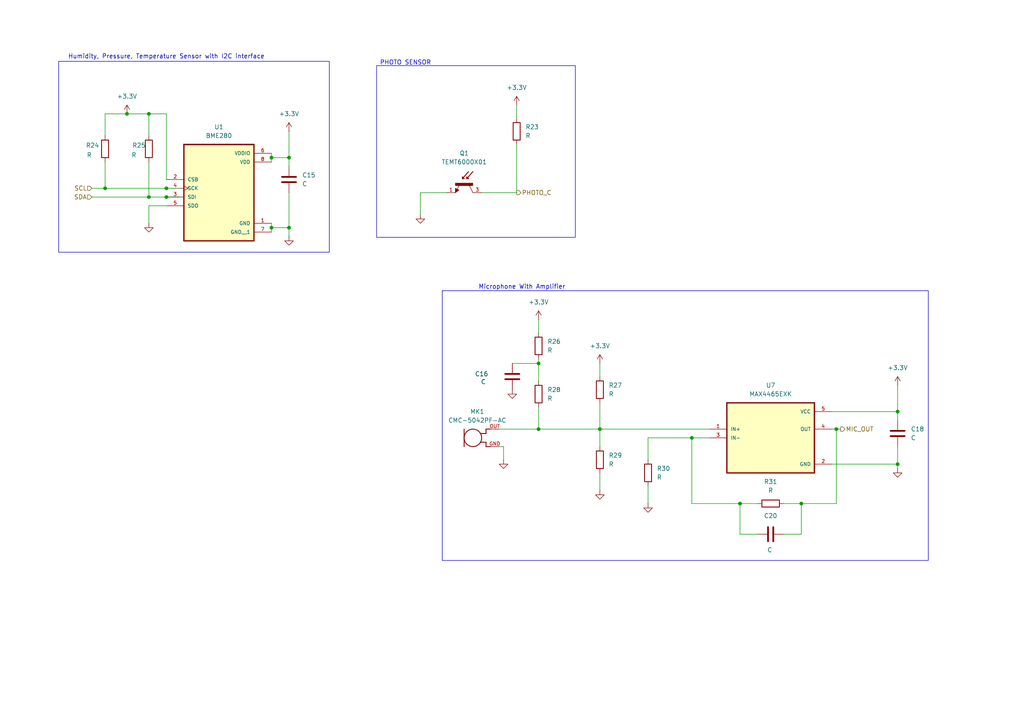
<source format=kicad_sch>
(kicad_sch (version 20250114) (generator "eeschema") (generator_version "9.0")
  (paper "A4")
  (lib_symbols
    (symbol "Device:C" (pin_numbers (hide yes)) (pin_names (offset 0.254))
      (property "Reference" "C" (at 0.635 2.54 0))
      (property "Value" "C" (at 0.635 -2.54 0))
      (symbol "C_0_1"
        (polyline (pts (xy -2.032 0.762) (xy 2.032 0.762)) (stroke (width 0.508)))
        (polyline (pts (xy -2.032 -0.762) (xy 2.032 -0.762)) (stroke (width 0.508)))
      )
      (symbol "C_1_1"
        (pin passive line (at 0 3.81 270) (length 2.794) (name "~") (number "1"))
        (pin passive line (at 0 -3.81 90) (length 2.794) (name "~") (number "2"))
      )
    )
    (symbol "Device:R" (pin_numbers (hide yes)) (pin_names (offset 0))
      (property "Reference" "R" (at 2.032 0 90))
      (property "Value" "R" (at 0 0 90))
      (symbol "R_0_1"
        (rectangle (start -1.016 -2.54) (end 1.016 2.54) (stroke (width 0.254)))
      )
      (symbol "R_1_1"
        (pin passive line (at 0 3.81 270) (length 1.27) (name "~") (number "1"))
        (pin passive line (at 0 -3.81 90) (length 1.27) (name "~") (number "2"))
      )
    )
    (symbol "ESP32_IoT_Board_Schem:BME280" (pin_names (offset 1.016))
      (property "Reference" "U" (at -10.1662 13.3431 0))
      (property "Value" "BME280" (at -10.1683 -17.7924 0))
      (symbol "BME280_0_0"
        (rectangle (start -10.16 12.7) (end 10.16 -15.24) (stroke (width 0.4064)) (fill (type background)))
        (pin input line (at -15.24 2.54 0) (length 5.08) (name "CSB") (number "2"))
        (pin input clock (at -15.24 0 0) (length 5.08) (name "SCK") (number "4"))
        (pin bidirectional line (at -15.24 -2.54 0) (length 5.08) (name "SDI") (number "3"))
        (pin bidirectional line (at -15.24 -5.08 0) (length 5.08) (name "SDO") (number "5"))
        (pin power_in line (at 15.24 10.16 180) (length 5.08) (name "VDDIO") (number "6"))
        (pin power_in line (at 15.24 7.62 180) (length 5.08) (name "VDD") (number "8"))
        (pin power_in line (at 15.24 -10.16 180) (length 5.08) (name "GND") (number "1"))
        (pin power_in line (at 15.24 -12.7 180) (length 5.08) (name "GND__1") (number "7"))
      )
    )
    (symbol "ESP32_IoT_Board_Schem:CMC-5042PF-AC" (pin_names (offset 1.016))
      (property "Reference" "MK" (at -2.5424 5.0848 0))
      (property "Value" "CMC-5042PF-AC" (at -2.5442 -6.3606 0))
      (symbol "CMC-5042PF-AC_0_0"
        (polyline (pts (xy -2.54 2.54) (xy -2.54 -2.54)) (stroke (width 0.254)))
        (circle (center 0 0) (radius 2.54) (stroke (width 0.254)))
        (polyline (pts (xy 3.81 2.54) (xy 3.81 1.27)) (stroke (width 0.254)))
        (polyline (pts (xy 3.81 1.27) (xy 2.2352 1.27)) (stroke (width 0.254)))
        (polyline (pts (xy 3.81 -1.27) (xy 2.2352 -1.27)) (stroke (width 0.254)))
        (polyline (pts (xy 3.81 -2.54) (xy 3.81 -1.27)) (stroke (width 0.254)))
        (polyline (pts (xy 5.08 2.54) (xy 3.81 2.54)) (stroke (width 0.254)))
        (polyline (pts (xy 5.08 -2.54) (xy 3.81 -2.54)) (stroke (width 0.254)))
        (pin output line (at 7.62 2.54 180) (length 2.54) (name "~") (number "OUT"))
        (pin power_in line (at 7.62 -2.54 180) (length 2.54) (name "~") (number "GND"))
      )
    )
    (symbol "ESP32_IoT_Board_Schem:MAX4465EXK" (pin_names (offset 1.016))
      (property "Reference" "U" (at -12.7 11.16 0))
      (property "Value" "MAX4465EXK" (at -12.7 -14.16 0))
      (symbol "MAX4465EXK_0_0"
        (rectangle (start -12.7 -10.16) (end 12.7 10.16) (stroke (width 0.41)) (fill (type background)))
        (pin input line (at -17.78 2.54 0) (length 5.08) (name "IN+") (number "1"))
        (pin input line (at -17.78 0 0) (length 5.08) (name "IN-") (number "3"))
        (pin power_in line (at 17.78 7.62 180) (length 5.08) (name "VCC") (number "5"))
        (pin output line (at 17.78 2.54 180) (length 5.08) (name "OUT") (number "4"))
        (pin power_in line (at 17.78 -7.62 180) (length 5.08) (name "GND") (number "2"))
      )
    )
    (symbol "ESP32_IoT_Board_Schem:TEMT6000X01" (pin_names (offset 1.016))
      (property "Reference" "Q" (at 5.0999 0 0))
      (property "Value" "TEMT6000X01" (at 5.0887 -2.5444 0))
      (symbol "TEMT6000X01_0_0"
        (polyline (pts (xy -3.556 2.54) (xy -1.524 0.762)) (stroke (width 0.254)))
        (polyline (pts (xy -3.556 1.27) (xy -1.524 -0.508)) (stroke (width 0.254)))
        (polyline (pts (xy -2.032 0.762) (xy -1.524 1.27)) (stroke (width 0.254)))
        (polyline (pts (xy -2.032 -0.508) (xy -1.524 0)) (stroke (width 0.254)))
        (polyline (pts (xy -1.524 1.27) (xy -1.524 0.762)) (stroke (width 0.254)))
        (polyline (pts (xy -1.524 0.762) (xy -2.032 0.762)) (stroke (width 0.254)))
        (polyline (pts (xy -1.524 0) (xy -1.524 -0.508)) (stroke (width 0.254)))
        (polyline (pts (xy -1.524 -0.508) (xy -2.032 -0.508)) (stroke (width 0.254)))
        (rectangle (start -0.2547 -2.5468) (end 0.508 2.54) (stroke (width 0.1)) (fill (type outline)))
        (polyline (pts (xy 1.27 -2.54) (xy 1.778 -1.524)) (stroke (width 0.1524)))
        (polyline (pts (xy 1.524 -2.286) (xy 1.905 -2.286)) (stroke (width 0.254)))
        (polyline (pts (xy 1.524 -2.413) (xy 2.286 -2.413)) (stroke (width 0.254)))
        (polyline (pts (xy 1.54 -2.04) (xy 0.308 -1.424)) (stroke (width 0.1524)))
        (polyline (pts (xy 1.778 -1.524) (xy 2.54 -2.54)) (stroke (width 0.1524)))
        (polyline (pts (xy 1.778 -1.778) (xy 1.524 -2.286)) (stroke (width 0.254)))
        (polyline (pts (xy 1.905 -2.286) (xy 1.778 -2.032)) (stroke (width 0.254)))
        (polyline (pts (xy 2.286 -2.413) (xy 1.778 -1.778)) (stroke (width 0.254)))
        (polyline (pts (xy 2.54 2.54) (xy 0.508 1.524)) (stroke (width 0.1524)))
        (polyline (pts (xy 2.54 -2.54) (xy 1.27 -2.54)) (stroke (width 0.1524)))
        (pin passive line (at 2.54 5.08 270) (length 2.54) (name "~") (number "3"))
        (pin passive line (at 2.54 -5.08 90) (length 2.54) (name "~") (number "1"))
      )
    )
    (symbol "power:+3.3V" (power) (pin_numbers (hide yes)) (pin_names (offset 0) (hide yes))
      (property "Value" "+3.3V" (at 0 3.556 0))
      (symbol "+3.3V_0_1"
        (polyline (pts (xy -0.762 1.27) (xy 0 2.54)))
        (polyline (pts (xy 0 2.54) (xy 0.762 1.27)))
        (polyline (pts (xy 0 0) (xy 0 2.54)))
      )
      (symbol "+3.3V_1_1"
        (pin power_in line (at 0 0 90) (length 0) (name "~") (number "1"))
      )
    )
    (symbol "power:GND" (power) (pin_numbers (hide yes)) (pin_names (offset 0) (hide yes))
      (property "Value" "GND" (at 0 -3.81 0))
      (symbol "GND_0_1"
        (polyline (pts (xy 0 0) (xy 0 -1.27) (xy 1.27 -1.27) (xy 0 -2.54) (xy -1.27 -1.27) (xy 0 -1.27)))
      )
      (symbol "GND_1_1"
        (pin power_in line (at 0 0 270) (length 0) (name "~") (number "1"))
      )
    )
  )
  (rectangle (start 128.27 84.328) (end 269.24 162.56))
  (rectangle (start 17.018 17.78) (end 95.504 73.152))
  (rectangle (start 109.22 19.05) (end 166.878 68.834))
  (text "PHOTO SENSOR\n" (at 117.602 18.288 0) (effects (font (size 1.27 1.27))))
  (text "Microphone With Amplifier" (at 151.384 83.312 0) (effects (font (size 1.27 1.27))))
  (text "Humidity, Pressure, Temperature Sensor with I2C interface\n" (at 48.26 16.51 0) (effects (font (size 1.27 1.27))))
  (junction (at 214.63 146.05))
  (junction (at 83.82 66.04))
  (junction (at 48.26 57.15))
  (junction (at 260.35 134.62))
  (junction (at 156.21 105.41))
  (junction (at 83.82 45.72))
  (junction (at 36.83 33.02))
  (junction (at 30.48 54.61))
  (junction (at 43.18 57.15))
  (junction (at 48.26 54.61))
  (junction (at 78.74 45.72))
  (junction (at 156.21 124.46))
  (junction (at 260.35 119.38))
  (junction (at 78.74 66.04))
  (junction (at 242.57 124.46))
  (junction (at 173.99 124.46))
  (junction (at 232.41 146.05))
  (junction (at 43.18 33.02))
  (junction (at 200.66 127))
  (wire (pts (xy 48.26 33.02) (xy 43.18 33.02)))
  (wire (pts (xy 260.35 111.76) (xy 260.35 119.38)))
  (wire (pts (xy 78.74 44.45) (xy 78.74 45.72)))
  (wire (pts (xy 200.66 127) (xy 205.74 127)))
  (wire (pts (xy 260.35 119.38) (xy 260.35 121.92)))
  (wire (pts (xy 156.21 104.14) (xy 156.21 105.41)))
  (wire (pts (xy 173.99 105.41) (xy 173.99 109.22)))
  (wire (pts (xy 232.41 154.94) (xy 232.41 146.05)))
  (wire (pts (xy 241.3 119.38) (xy 260.35 119.38)))
  (wire (pts (xy 156.21 92.71) (xy 156.21 96.52)))
  (wire (pts (xy 78.74 45.72) (xy 78.74 46.99)))
  (wire (pts (xy 173.99 137.16) (xy 173.99 142.24)))
  (wire (pts (xy 83.82 45.72) (xy 83.82 48.26)))
  (wire (pts (xy 83.82 38.1) (xy 83.82 45.72)))
  (wire (pts (xy 83.82 66.04) (xy 78.74 66.04)))
  (wire (pts (xy 214.63 154.94) (xy 214.63 146.05)))
  (wire (pts (xy 187.96 127) (xy 187.96 133.35)))
  (wire (pts (xy 241.3 124.46) (xy 242.57 124.46)))
  (wire (pts (xy 83.82 55.88) (xy 83.82 66.04)))
  (wire (pts (xy 43.18 64.77) (xy 43.18 59.69)))
  (wire (pts (xy 156.21 105.41) (xy 156.21 110.49)))
  (wire (pts (xy 156.21 124.46) (xy 173.99 124.46)))
  (wire (pts (xy 83.82 45.72) (xy 78.74 45.72)))
  (wire (pts (xy 260.35 134.62) (xy 260.35 135.89)))
  (wire (pts (xy 242.57 146.05) (xy 232.41 146.05)))
  (wire (pts (xy 156.21 118.11) (xy 156.21 124.46)))
  (wire (pts (xy 30.48 54.61) (xy 48.26 54.61)))
  (wire (pts (xy 48.26 33.02) (xy 48.26 52.07)))
  (wire (pts (xy 173.99 124.46) (xy 173.99 129.54)))
  (wire (pts (xy 43.18 46.99) (xy 43.18 57.15)))
  (wire (pts (xy 83.82 68.58) (xy 83.82 66.04)))
  (wire (pts (xy 43.18 39.37) (xy 43.18 33.02)))
  (wire (pts (xy 242.57 124.46) (xy 243.84 124.46)))
  (wire (pts (xy 30.48 39.37) (xy 30.48 33.02)))
  (wire (pts (xy 149.86 30.48) (xy 149.86 34.29)))
  (wire (pts (xy 227.33 154.94) (xy 232.41 154.94)))
  (wire (pts (xy 200.66 146.05) (xy 200.66 127)))
  (wire (pts (xy 173.99 124.46) (xy 205.74 124.46)))
  (wire (pts (xy 144.78 124.46) (xy 156.21 124.46)))
  (wire (pts (xy 241.3 134.62) (xy 260.35 134.62)))
  (wire (pts (xy 242.57 124.46) (xy 242.57 146.05)))
  (wire (pts (xy 149.86 55.88) (xy 139.7 55.88)))
  (wire (pts (xy 26.67 57.15) (xy 43.18 57.15)))
  (wire (pts (xy 30.48 33.02) (xy 36.83 33.02)))
  (wire (pts (xy 149.86 41.91) (xy 149.86 55.88)))
  (wire (pts (xy 219.71 146.05) (xy 214.63 146.05)))
  (wire (pts (xy 121.92 62.23) (xy 121.92 55.88)))
  (wire (pts (xy 260.35 134.62) (xy 260.35 129.54)))
  (wire (pts (xy 144.78 129.54) (xy 146.05 129.54)))
  (wire (pts (xy 52.07 57.15) (xy 48.26 57.15)))
  (wire (pts (xy 187.96 140.97) (xy 187.96 146.05)))
  (wire (pts (xy 173.99 116.84) (xy 173.99 124.46)))
  (wire (pts (xy 214.63 146.05) (xy 200.66 146.05)))
  (wire (pts (xy 78.74 66.04) (xy 78.74 67.31)))
  (wire (pts (xy 78.74 64.77) (xy 78.74 66.04)))
  (wire (pts (xy 232.41 146.05) (xy 227.33 146.05)))
  (wire (pts (xy 146.05 129.54) (xy 146.05 133.35)))
  (wire (pts (xy 121.92 55.88) (xy 129.54 55.88)))
  (wire (pts (xy 200.66 127) (xy 187.96 127)))
  (wire (pts (xy 43.18 57.15) (xy 48.26 57.15)))
  (wire (pts (xy 30.48 46.99) (xy 30.48 54.61)))
  (wire (pts (xy 26.67 54.61) (xy 30.48 54.61)))
  (wire (pts (xy 148.59 105.41) (xy 156.21 105.41)))
  (wire (pts (xy 43.18 33.02) (xy 36.83 33.02)))
  (wire (pts (xy 52.07 54.61) (xy 48.26 54.61)))
  (wire (pts (xy 219.71 154.94) (xy 214.63 154.94)))
  (wire (pts (xy 43.18 59.69) (xy 48.26 59.69)))
  (hierarchical_label "MIC_OUT" (shape output) (at 243.84 124.46 0))
  (hierarchical_label "SDA" (shape input) (at 26.67 57.15 180))
  (hierarchical_label "SCL" (shape input) (at 26.67 54.61 180))
  (hierarchical_label "PHOTO_C" (shape output) (at 149.86 55.88 0))
  (symbol (lib_id "Device:C") (at 260.35 125.73 0) (unit 1)
    (property "Reference" "C18" (at 264.16 124.4599 0) (effects (justify left)))
    (property "Value" "C" (at 264.16 126.9999 0) (effects (justify left)))
    (property "Footprint" "Capacitor_SMD:C_0805_2012Metric" (effects (hide yes)))
    (property "Description" "Unpolarized capacitor" (effects (hide yes)))
  )
  (symbol (lib_id "power:GND") (at 260.35 135.89 0) (unit 1)
    (property "Reference" "#PWR045" (effects (hide yes)))
    (property "Value" "GND" (effects (hide yes)))
    (property "Description" "Power symbol creates a global label with name \"GND\" , ground" (effects (hide yes)))
  )
  (symbol (lib_id "Device:C") (at 223.52 154.94 90) (unit 1)
    (property "Reference" "C20" (at 223.52 149.606 90))
    (property "Value" "C" (at 223.266 159.512 90))
    (property "Footprint" "Capacitor_SMD:C_0805_2012Metric" (effects (hide yes)))
    (property "Description" "Unpolarized capacitor" (effects (hide yes)))
  )
  (symbol (lib_id "power:GND") (at 148.59 113.03 0) (unit 1)
    (property "Reference" "#PWR051" (effects (hide yes)))
    (property "Value" "GND" (effects (hide yes)))
    (property "Description" "Power symbol creates a global label with name \"GND\" , ground" (effects (hide yes)))
  )
  (symbol (lib_id "Device:R") (at 30.48 43.18 0) (unit 1)
    (property "Reference" "R24" (at 24.892 42.164 0) (effects (justify left)))
    (property "Value" "R" (at 25.146 44.958 0) (effects (justify left)))
    (property "Footprint" "Resistor_SMD:R_0805_2012Metric" (effects (hide yes)))
    (property "Description" "Resistor" (effects (hide yes)))
  )
  (symbol (lib_id "Device:C") (at 83.82 52.07 0) (unit 1)
    (property "Reference" "C15" (at 87.63 50.7999 0) (effects (justify left)))
    (property "Value" "C" (at 87.63 53.3399 0) (effects (justify left)))
    (property "Footprint" "Capacitor_SMD:C_0805_2012Metric" (effects (hide yes)))
    (property "Description" "Unpolarized capacitor" (effects (hide yes)))
  )
  (symbol (lib_id "power:GND") (at 146.05 133.35 0) (unit 1)
    (property "Reference" "#PWR047" (effects (hide yes)))
    (property "Value" "GND" (effects (hide yes)))
    (property "Description" "Power symbol creates a global label with name \"GND\" , ground" (effects (hide yes)))
  )
  (symbol (lib_id "power:GND") (at 121.92 62.23 0) (unit 1)
    (property "Reference" "#PWR043" (effects (hide yes)))
    (property "Value" "GND" (effects (hide yes)))
    (property "Description" "Power symbol creates a global label with name \"GND\" , ground" (effects (hide yes)))
  )
  (symbol (lib_id "Device:R") (at 149.86 38.1 0) (unit 1)
    (property "Reference" "R23" (at 152.4 36.8299 0) (effects (justify left)))
    (property "Value" "R" (at 152.4 39.3699 0) (effects (justify left)))
    (property "Footprint" "Resistor_SMD:R_0805_2012Metric" (effects (hide yes)))
    (property "Description" "Resistor" (effects (hide yes)))
  )
  (symbol (lib_id "ESP32_IoT_Board_Schem:CMC-5042PF-AC") (at 137.16 127 0) (unit 1)
    (property "Reference" "MK1" (at 138.43 119.38 0))
    (property "Value" "CMC-5042PF-AC" (at 138.43 121.92 0))
    (property "Footprint" "ESP32_IoT_Board_Footprint:CUI_CMC-5042PF-AC" (effects (hide yes)))
    (property "Description" "MIC COND ANLG OMNI -42DB 0.236\"D" (effects (hide yes)))
    (property "Manufacturer" "CUI INC" (effects (hide yes)))
    (property "Manufacturer Part Number" "CMC-5042PF-AC" (effects (hide yes)))
    (property "DigiKey Part Number" "102-1724-ND" (effects (hide yes)))
  )
  (symbol (lib_id "Device:C") (at 148.59 109.22 0) (unit 1)
    (property "Reference" "C16" (at 139.7 108.458 0))
    (property "Value" "C" (at 140.208 110.744 0))
    (property "Footprint" "Capacitor_SMD:C_0805_2012Metric" (effects (hide yes)))
    (property "Description" "Unpolarized capacitor" (effects (hide yes)))
  )
  (symbol (lib_id "power:GND") (at 173.99 142.24 0) (unit 1)
    (property "Reference" "#PWR048" (effects (hide yes)))
    (property "Value" "GND" (effects (hide yes)))
    (property "Description" "Power symbol creates a global label with name \"GND\" , ground" (effects (hide yes)))
  )
  (symbol (lib_id "Device:R") (at 223.52 146.05 90) (unit 1)
    (property "Reference" "R31" (at 223.52 139.7 90))
    (property "Value" "R" (at 223.52 142.24 90))
    (property "Footprint" "Resistor_SMD:R_0805_2012Metric" (effects (hide yes)))
    (property "Description" "Resistor" (effects (hide yes)))
  )
  (symbol (lib_id "ESP32_IoT_Board_Schem:BME280") (at 63.5 54.61 0) (unit 1)
    (property "Reference" "U1" (at 63.5 36.83 0))
    (property "Value" "BME280" (at 63.5 39.37 0))
    (property "Footprint" "ESP32_IoT_Board_Footprint:BME280" (effects (hide yes)))
    (property "Description" "SENSOR PRESSURE HUMIDITY TEMP" (effects (hide yes)))
    (property "Manufacturer" "Bosch" (effects (hide yes)))
    (property "Manufacturer Part Number" "BME280" (effects (hide yes)))
    (property "DigiKey Part Number" "828-1063-2-ND" (effects (hide yes)))
  )
  (symbol (lib_id "power:+3.3V") (at 156.21 92.71 0) (unit 1)
    (property "Reference" "#PWR050" (effects (hide yes)))
    (property "Value" "+3.3V" (at 156.21 87.63 0))
    (property "Description" "Power symbol creates a global label with name \"+3.3V\"" (effects (hide yes)))
  )
  (symbol (lib_id "power:GND") (at 187.96 146.05 0) (unit 1)
    (property "Reference" "#PWR046" (effects (hide yes)))
    (property "Value" "GND" (effects (hide yes)))
    (property "Description" "Power symbol creates a global label with name \"GND\" , ground" (effects (hide yes)))
  )
  (symbol (lib_id "ESP32_IoT_Board_Schem:TEMT6000X01") (at 134.62 53.34 270) (unit 1)
    (property "Reference" "Q1" (at 134.6454 44.45 90))
    (property "Value" "TEMT6000X01" (at 134.6454 46.99 90))
    (property "Footprint" "ESP32_IoT_Board_Footprint:TEMT6000X01" (effects (hide yes)))
    (property "Description" "SENSOR PHOTO 570NM TOP VIEW 1206" (effects (hide yes)))
    (property "DigiKey Part Number" "751-1055-2-ND" (effects (hide yes)))
    (property "Manufacturer" "Vishay Semiconductor" (effects (hide yes)))
    (property "Manufacturer Product Number" "TEMT6000X01" (effects (hide yes)))
  )
  (symbol (lib_id "power:+3.3V") (at 260.35 111.76 0) (unit 1)
    (property "Reference" "#PWR044" (effects (hide yes)))
    (property "Value" "+3.3V" (at 260.35 106.68 0))
    (property "Description" "Power symbol creates a global label with name \"+3.3V\"" (effects (hide yes)))
  )
  (symbol (lib_id "power:+3.3V") (at 83.82 38.1 0) (unit 1)
    (property "Reference" "#PWR041" (effects (hide yes)))
    (property "Value" "+3.3V" (at 83.82 33.02 0))
    (property "Description" "Power symbol creates a global label with name \"+3.3V\"" (effects (hide yes)))
  )
  (symbol (lib_id "Device:R") (at 43.18 43.18 0) (unit 1)
    (property "Reference" "R25" (at 38.354 42.164 0) (effects (justify left)))
    (property "Value" "R" (at 38.1 44.958 0) (effects (justify left)))
    (property "Footprint" "Resistor_SMD:R_0805_2012Metric" (effects (hide yes)))
    (property "Description" "Resistor" (effects (hide yes)))
  )
  (symbol (lib_id "power:+3.3V") (at 149.86 30.48 0) (unit 1)
    (property "Reference" "#PWR042" (effects (hide yes)))
    (property "Value" "+3.3V" (at 149.86 25.4 0))
    (property "Description" "Power symbol creates a global label with name \"+3.3V\"" (effects (hide yes)))
  )
  (symbol (lib_id "power:+3.3V") (at 173.99 105.41 0) (unit 1)
    (property "Reference" "#PWR049" (effects (hide yes)))
    (property "Value" "+3.3V" (at 173.99 100.33 0))
    (property "Description" "Power symbol creates a global label with name \"+3.3V\"" (effects (hide yes)))
  )
  (symbol (lib_id "Device:R") (at 173.99 113.03 180) (unit 1)
    (property "Reference" "R27" (at 176.53 111.7599 0) (effects (justify right)))
    (property "Value" "R" (at 176.53 114.2999 0) (effects (justify right)))
    (property "Footprint" "Resistor_SMD:R_0805_2012Metric" (effects (hide yes)))
    (property "Description" "Resistor" (effects (hide yes)))
  )
  (symbol (lib_id "power:GND") (at 43.18 64.77 0) (unit 1)
    (property "Reference" "#PWR039" (effects (hide yes)))
    (property "Value" "GND" (effects (hide yes)))
    (property "Description" "Power symbol creates a global label with name \"GND\" , ground" (effects (hide yes)))
  )
  (symbol (lib_id "Device:R") (at 156.21 100.33 180) (unit 1)
    (property "Reference" "R26" (at 158.75 99.0599 0) (effects (justify right)))
    (property "Value" "R" (at 158.75 101.5999 0) (effects (justify right)))
    (property "Footprint" "Resistor_SMD:R_0805_2012Metric" (effects (hide yes)))
    (property "Description" "Resistor" (effects (hide yes)))
  )
  (symbol (lib_id "power:+3.3V") (at 36.83 33.02 0) (unit 1)
    (property "Reference" "#PWR038" (effects (hide yes)))
    (property "Value" "+3.3V" (at 36.83 27.94 0))
    (property "Description" "Power symbol creates a global label with name \"+3.3V\"" (effects (hide yes)))
  )
  (symbol (lib_id "ESP32_IoT_Board_Schem:MAX4465EXK") (at 223.52 127 0) (unit 1)
    (property "Reference" "U7" (at 223.52 111.76 0))
    (property "Value" "MAX4465EXK" (at 223.52 114.3 0))
    (property "Footprint" "ESP32_IoT_Board_Footprint:MAX4465EXK" (effects (hide yes)))
    (property "Description" "MICROPHONE PREAMPLIFIER" (effects (hide yes)))
    (property "Manufacturer" "Analog Devices" (effects (hide yes)))
    (property "Manufacturer Part Number " "MAX4465EXK" (effects (hide yes)))
    (property "DigiKey Part Number " "2156-MAX4465EXK-ND " (effects (hide yes)))
  )
  (symbol (lib_id "power:GND") (at 83.82 68.58 0) (unit 1)
    (property "Reference" "#PWR040" (effects (hide yes)))
    (property "Value" "GND" (effects (hide yes)))
    (property "Description" "Power symbol creates a global label with name \"GND\" , ground" (effects (hide yes)))
  )
  (symbol (lib_id "Device:R") (at 156.21 114.3 180) (unit 1)
    (property "Reference" "R28" (at 158.75 113.0299 0) (effects (justify right)))
    (property "Value" "R" (at 158.75 115.5699 0) (effects (justify right)))
    (property "Footprint" "Resistor_SMD:R_0805_2012Metric" (effects (hide yes)))
    (property "Description" "Resistor" (effects (hide yes)))
  )
  (symbol (lib_id "Device:R") (at 173.99 133.35 180) (unit 1)
    (property "Reference" "R29" (at 176.53 132.0799 0) (effects (justify right)))
    (property "Value" "R" (at 176.53 134.6199 0) (effects (justify right)))
    (property "Footprint" "Resistor_SMD:R_0805_2012Metric" (effects (hide yes)))
    (property "Description" "Resistor" (effects (hide yes)))
  )
  (symbol (lib_id "Device:R") (at 187.96 137.16 180) (unit 1)
    (property "Reference" "R30" (at 190.5 135.8899 0) (effects (justify right)))
    (property "Value" "R" (at 190.5 138.4299 0) (effects (justify right)))
    (property "Footprint" "Resistor_SMD:R_0805_2012Metric" (effects (hide yes)))
    (property "Description" "Resistor" (effects (hide yes)))
  )
)
</source>
